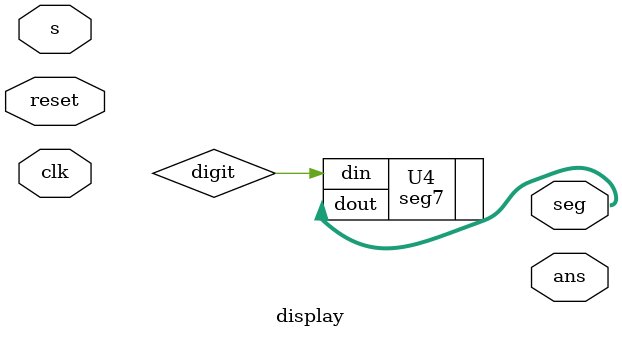
<source format=v>
`timescale 1ns / 1ps

module display(
    input wire clk,reset,
    input wire [31:0]s,
    output wire [6:0]seg,
    output reg [3:0]ans
    );
    //add your own code here
    
    seg7 U4(.din(digit),.dout(seg));
endmodule
</source>
